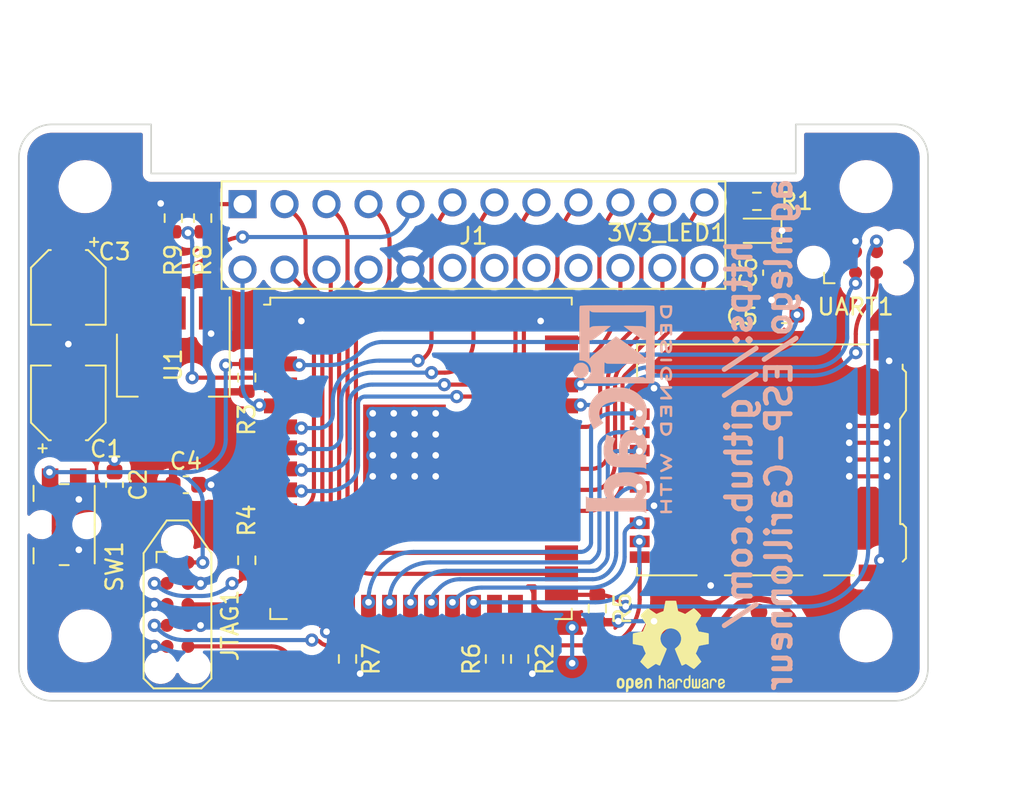
<source format=kicad_pcb>
(kicad_pcb (version 20211014) (generator pcbnew)
  (title_block (title "ESP Carillonneur") (date "2022-12-25") (company "AGMLego"))
  (layers (0 "F.Cu" signal) (31 "B.Cu" signal) (34 "B.Paste" user) (35 "F.Paste" user) (36 "B.SilkS" user "B.Silkscreen") (37 "F.SilkS" user "F.Silkscreen") (38 "B.Mask" user) (39 "F.Mask" user) (44 "Edge.Cuts" user))
  (net 0 "")
  (net 1 "GND")
  (net 2 "Net-(3V3_LED1-Pad2)")
  (net 3 "+5V")
  (net 4 "ESP_EN")
  (net 5 "+3V3")
  (net 6 "/SD.DAT2")
  (net 7 "/SD.DAT3")
  (net 8 "/SD.CMD")
  (net 9 "/SD.CLK")
  (net 10 "/SD.DAT0")
  (net 11 "/SD.DAT1")
  (net 12 "/SD.CD")
  (net 13 "/JTAG.TMS")
  (net 14 "/JTAG.TCK")
  (net 15 "/JTAG.TDO")
  (net 16 "/JTAG.TDI")
  (net 17 "/UART.TX0")
  (net 18 "/UART.RX0")
  (net 19 "ESP_FLASH")
  (net 20 "IR3")
  (net 21 "IR0")
  (net 22 "IR1")
  (net 23 "/BELLS.REF")
  (net 24 "/BELLS.BLUE0")
  (net 25 "/BELLS.BLUE1")
  (net 26 "/BELLS.BLUE2")
  (net 27 "/BELLS.BLUE3")
  (net 28 "/BELLS.BLUE4")
  (net 29 "/BELLS.ORANGE0")
  (net 30 "/BELLS.ORANGE1")
  (net 31 "/BELLS.ORANGE2")
  (net 32 "IR2")
  (net 33 "/BELLS.ORANGE3")
  (net 34 "/BELLS.ORANGE4")
  (net 36 "/BELLS.ORANGE5")
  (net 37 "/BELLS.DETECT")
  (net 38 "/BELLS.BLUE5")
  (net 43 "REF")
  (footprint "Symbol:OSHW-Logo2_7.3x6mm_SilkScreen" (layer "F.Cu") (at 152.908 121.539)
    (fp_text reference "OSHW_LOGO" hide)
    (fp_text value "OSHW-Logo2_7.3x6mm_SilkScreen" hide)
  )
  (footprint "Resistor_SMD:R_0603_1608Metric" (layer "F.Cu") (at 124.587 95.631 -90)
    (fp_text reference "R8")
    (fp_text value "4K7")
  )
  (footprint "Connector:Tag-Connect_TC2030-IDC-NL_2x03_P1.27mm_Vertical" (layer "F.Cu") (at 164.084 98.298)
    (fp_text reference "UART1")
    (fp_text value "Conn_02x03_Odd_Even")
  )
  (footprint "LED_SMD:LED_0603_1608Metric" (layer "F.Cu") (at 158.115 96.393 180)
    (fp_text reference "3V3_LED1")
    (fp_text value "RED LED")
  )
  (footprint "Resistor_SMD:R_0603_1608Metric" (layer "F.Cu") (at 133.35 122.301 -90)
    (fp_text reference "R7")
    (fp_text value "10K")
  )
  (footprint "Resistor_SMD:R_0603_1608Metric" (layer "F.Cu") (at 158.115 94.615 180)
    (fp_text reference "R1")
    (fp_text value "2K2")
  )
  (footprint "Resistor_SMD:R_0603_1608Metric" (layer "F.Cu") (at 127.254 105.283 90)
    (fp_text reference "R3")
    (fp_text value "10K")
  )
  (footprint "Capacitor_SMD:C_0603_1608Metric" (layer "F.Cu") (at 119.253 111.76 -90)
    (fp_text reference "C2")
    (fp_text value "1nF")
  )
  (footprint "MountingHole:MountingHole_2.2mm_M2" (layer "F.Cu") (at 117.473601 120.904)
    (fp_text reference "H4" hide)
    (fp_text value "MountingHole")
  )
  (footprint "Resistor_SMD:R_0603_1608Metric" (layer "F.Cu") (at 143.764 122.301 -90)
    (fp_text reference "R2")
    (fp_text value "4K7")
  )
  (footprint "MountingHole:MountingHole_2.2mm_M2" (layer "F.Cu") (at 117.473601 93.726)
    (fp_text reference "H1" hide)
    (fp_text value "MountingHole")
  )
  (footprint "MountingHole:MountingHole_2.2mm_M2" (layer "F.Cu") (at 164.717601 93.726)
    (fp_text reference "H2" hide)
    (fp_text value "MountingHole")
  )
  (footprint "Footprints:EEC12DRAN" (layer "F.Cu") (at 140.968601 94.679)
    (fp_text reference "J1")
    (fp_text value "345-024-520-201")
  )
  (footprint "Package_TO_SOT_SMD:SOT-223-3_TabPin2" (layer "F.Cu") (at 122.809 104.521 -90)
    (fp_text reference "U1")
    (fp_text value "LD1117S33TR_SOT223")
  )
  (footprint "Resistor_SMD:R_0603_1608Metric" (layer "F.Cu") (at 127.254 116.332 90)
    (fp_text reference "R4")
    (fp_text value "10K")
  )
  (footprint "Button_Switch_SMD:Panasonic_EVQPUL_EVQPUC" (layer "F.Cu") (at 116.205 114.173 90)
    (fp_text reference "SW1")
    (fp_text value "SW_Push")
  )
  (footprint "Resistor_SMD:R_0603_1608Metric" (layer "F.Cu") (at 122.809 95.631 90)
    (fp_text reference "R9")
    (fp_text value "9K1")
  )
  (footprint "Capacitor_SMD:C_0603_1608Metric" (layer "F.Cu") (at 123.571 111.76)
    (fp_text reference "C4")
    (fp_text value "0.1µF")
  )
  (footprint "Capacitor_SMD:C_0603_1608Metric" (layer "F.Cu") (at 159.004 98.933 -90)
    (fp_text reference "C6")
    (fp_text value "0.1µF")
  )
  (footprint "Connector:Tag-Connect_TC2050-IDC-NL_2x05_P1.27mm_Vertical" (layer "F.Cu") (at 123.063 118.999 -90)
    (fp_text reference "JTAG1")
    (fp_text value "Conn_02x05_Odd_Even")
  )
  (footprint "Symbol:Symbol_CC-Attribution_CopperTop_Small" (layer "F.Cu") (at 158.242 121.158)
    (fp_text reference "CC_LOGO" hide)
    (fp_text value "Symbol_CC-Attribution_CopperTop_Small")
  )
  (footprint "RF_Module:ESP32-WROOM-32U" (layer "F.Cu") (at 137.795 110.165)
    (fp_text reference "U2" hide)
    (fp_text value "ESP32-WROOM-32U")
  )
  (footprint "Capacitor_SMD:CP_Elec_4x4.5" (layer "F.Cu") (at 116.459 106.807 90)
    (fp_text reference "C3")
    (fp_text value "22µF")
  )
  (footprint "Resistor_SMD:R_0603_1608Metric" (layer "F.Cu") (at 142.24 122.301 -90)
    (fp_text reference "R6")
    (fp_text value "10K")
  )
  (footprint "MountingHole:MountingHole_2.2mm_M2" (layer "F.Cu") (at 164.717601 120.904)
    (fp_text reference "H3" hide)
    (fp_text value "MountingHole")
  )
  (footprint "Connector_Card:microSD_HC_Hirose_DM3AT-SF-PEJM5" (layer "F.Cu") (at 158.75 110.266 90)
    (fp_text reference "J2" hide)
    (fp_text value "Micro_SD_Card_Det" hide)
  )
  (footprint "Resistor_SMD:R_0603_1608Metric" (layer "F.Cu") (at 148.463 119.253 90)
    (fp_text reference "R5")
    (fp_text value "4K7")
  )
  (footprint "Capacitor_SMD:C_0603_1608Metric" (layer "F.Cu") (at 159.766 101.473 180)
    (fp_text reference "C5")
    (fp_text value "0.1µF")
  )
  (footprint "Capacitor_SMD:CP_Elec_4x4.5" (layer "F.Cu") (at 116.459 99.822 -90)
    (fp_text reference "C1")
    (fp_text value "10µF")
  )
  (footprint "Symbol:KiCad-Logo2_5mm_SilkScreen" (layer "B.Cu") (at 149.987 107.188 -90)
    (fp_text reference "KiCAD_LOGO" hide)
    (fp_text value "KiCad-Logo2_5mm_SilkScreen" hide)
  )
  (gr_poly locked (pts (arc (start 168.4686 91.96) (mid 167.882814 90.545786) (end 166.4686 89.96)) (xy 160.468601 89.96) (xy 160.468601 92.929) (xy 121.468601 92.929) (xy 121.468601 89.96) (arc (start 115.4686 89.96) (mid 114.054386 90.545786) (end 113.4686 91.96)) (arc (start 113.4686 122.833) (mid 114.054386 124.247214) (end 115.4686 124.833)) (arc (start 166.4686 124.833) (mid 167.882814 124.247214) (end 168.4686 122.833))) (layer "Edge.Cuts") (width 0.1) (fill none))
  (gr_text "https://github.com/\nagmlego/ESP-Carillonneur" (at 158.242 108.712 90) (layer "B.SilkS") (effects (font (size 1.5 1.5) (thickness 0.3)) (justify mirror)))
  (segment (start 116.459 105.007) (end 116.459 103.251) (width 0.25) (layer "F.Cu") (net 1))
  (segment (start 163.703 111.252) (end 165.989 111.252) (width 0.25) (layer "F.Cu") (net 1))
  (segment (start 163.703 109.22) (end 165.989 109.22) (width 0.25) (layer "F.Cu") (net 1))
  (segment (start 159.004 99.708) (end 159.004 100.584) (width 0.25) (layer "F.Cu") (net 1))
  (segment (start 163.703 110.236) (end 165.989 110.236) (width 0.25) (layer "F.Cu") (net 1))
  (segment (start 158.991 101.473) (end 158.991 100.615384) (width 0.25) (layer "F.Cu") (net 1))
  (segment (start 163.703 108.204) (end 165.989 108.204) (width 0.25) (layer "F.Cu") (net 1))
  (via (at 155.321 117.856) (size 0.8) (drill 0.4) (layers "F.Cu" "B.Cu") (net 1))
  (via (at 165.989 109.22) (size 0.8) (drill 0.4) (layers "F.Cu" "B.Cu") (net 1))
  (via (at 151.892 113.03) (size 0.8) (drill 0.4) (layers "F.Cu" "B.Cu") (net 1))
  (via (at 121.666 118.999) (size 0.8) (drill 0.4) (layers "F.Cu" "B.Cu") (net 1))
  (via (at 165.989 110.236) (size 0.8) (drill 0.4) (layers "F.Cu" "B.Cu") (net 1))
  (via (at 151.892 105.918) (size 0.8) (drill 0.4) (layers "F.Cu" "B.Cu") (net 1))
  (via (at 163.703 110.236) (size 0.8) (drill 0.4) (layers "F.Cu" "B.Cu") (net 1))
  (via (at 134.874 109.982) (size 0.8) (drill 0.4) (layers "F.Cu" "B.Cu") (net 1))
  (via (at 132.08 120.65) (size 0.8) (drill 0.4) (layers "F.Cu" "B.Cu") (net 1))
  (via (at 159.004 100.584) (size 0.8) (drill 0.4) (layers "F.Cu" "B.Cu") (net 1))
  (via (at 117.094 115.697) (size 0.8) (drill 0.4) (layers "F.Cu" "B.Cu") (net 1))
  (via (at 163.703 108.204) (size 0.8) (drill 0.4) (layers "F.Cu" "B.Cu") (net 1))
  (via (at 121.666 121.539) (size 0.8) (drill 0.4) (layers "F.Cu" "B.Cu") (net 1))
  (via (at 137.414 109.982) (size 0.8) (drill 0.4) (layers "F.Cu" "B.Cu") (net 1))
  (via (at 145.034 101.854) (size 0.8) (drill 0.4) (layers "F.Cu" "B.Cu") (net 1))
  (via (at 136.144 111.252) (size 0.8) (drill 0.4) (layers "F.Cu" "B.Cu") (net 1))
  (via (at 122.047 94.742) (size 0.8) (drill 0.4) (layers "F.Cu" "B.Cu") (net 1))
  (via (at 138.684 108.712) (size 0.8) (drill 0.4) (layers "F.Cu" "B.Cu") (net 1))
  (via (at 138.684 111.252) (size 0.8) (drill 0.4) (layers "F.Cu" "B.Cu") (net 1))
  (via (at 159.639 96.393) (size 0.8) (drill 0.4) (layers "F.Cu" "B.Cu") (net 1))
  (via (at 165.608 116.332) (size 0.8) (drill 0.4) (layers "F.Cu" "B.Cu") (net 1))
  (via (at 164.084 97.028) (size 0.8) (drill 0.4) (layers "F.Cu" "B.Cu") (net 1))
  (via (at 166.116 104.267) (size 0.8) (drill 0.4) (layers "F.Cu" "B.Cu") (net 1))
  (via (at 130.556 101.854) (size 0.8) (drill 0.4) (layers "F.Cu" "B.Cu") (net 1))
  (via (at 125.095 102.616) (size 0.8) (drill 0.4) (layers "F.Cu" "B.Cu") (net 1))
  (via (at 136.144 109.982) (size 0.8) (drill 0.4) (layers "F.Cu" "B.Cu") (net 1))
  (via (at 165.989 108.204) (size 0.8) (drill 0.4) (layers "F.Cu" "B.Cu") (net 1))
  (via (at 134.874 107.442) (size 0.8) (drill 0.4) (layers "F.Cu" "B.Cu") (net 1))
  (via (at 134.874 108.712) (size 0.8) (drill 0.4) (layers "F.Cu" "B.Cu") (net 1))
  (via (at 137.414 111.252) (size 0.8) (drill 0.4) (layers "F.Cu" "B.Cu") (net 1))
  (via (at 136.144 108.712) (size 0.8) (drill 0.4) (layers "F.Cu" "B.Cu") (net 1))
  (via (at 134.874 111.252) (size 0.8) (drill 0.4) (layers "F.Cu" "B.Cu") (net 1))
  (via (at 124.46 117.729) (size 0.8) (drill 0.4) (layers "F.Cu" "B.Cu") (net 1))
  (via (at 116.459 103.251) (size 0.8) (drill 0.4) (layers "F.Cu" "B.Cu") (net 1))
  (via (at 165.989 111.252) (size 0.8) (drill 0.4) (layers "F.Cu" "B.Cu") (net 1))
  (via (at 137.414 107.442) (size 0.8) (drill 0.4) (layers "F.Cu" "B.Cu") (net 1))
  (via (at 138.684 109.982) (size 0.8) (drill 0.4) (layers "F.Cu" "B.Cu") (net 1))
  (via (at 138.684 107.442) (size 0.8) (drill 0.4) (layers "F.Cu" "B.Cu") (net 1))
  (via (at 163.703 111.252) (size 0.8) (drill 0.4) (layers "F.Cu" "B.Cu") (net 1))
  (via (at 137.414 108.712) (size 0.8) (drill 0.4) (layers "F.Cu" "B.Cu") (net 1))
  (via (at 119.253 110.236) (size 0.8) (drill 0.4) (layers "F.Cu" "B.Cu") (net 1))
  (via (at 144.526 123.19) (size 0.8) (drill 0.4) (layers "F.Cu" "B.Cu") (net 1))
  (via (at 117.094 112.649) (size 0.8) (drill 0.4) (layers "F.Cu" "B.Cu") (net 1))
  (via (at 125.095 111.76) (size 0.8) (drill 0.4) (layers "F.Cu" "B.Cu") (net 1))
  (via (at 163.703 109.22) (size 0.8) (drill 0.4) (layers "F.Cu" "B.Cu") (net 1))
  (via (at 136.144 107.442) (size 0.8) (drill 0.4) (layers "F.Cu" "B.Cu") (net 1))
  (via (at 124.46 120.269) (size 0.8) (drill 0.4) (layers "F.Cu" "B.Cu") (net 1))
  (via (at 134.112 123.19) (size 0.8) (drill 0.4) (layers "F.Cu" "B.Cu") (net 1))
  (arc (start 158.991 100.615384) (mid 158.994378 100.598399) (end 159.004 100.584) (width 0.25) (layer "F.Cu") (net 1))
  (segment (start 157.246 94.615) (end 157.246 96.302467) (width 0.25) (layer "F.Cu") (net 2))
  (arc (start 157.246 96.302467) (mid 157.255746 96.351463) (end 157.2835 96.393) (width 0.25) (layer "F.Cu") (net 2))
  (segment (start 117.738533 98.552) (end 122.38442 98.552) (width 0.25) (layer "F.Cu") (net 3))
  (segment (start 125.482382 97.402618) (end 125.095 97.79) (width 0.25) (layer "F.Cu") (net 3))
  (segment (start 123.25537 98.552) (end 122.38442 98.552) (width 0.25) (layer "F.Cu") (net 3))
  (segment (start 120.509 100.626824) (end 120.509 101.371) (width 0.25) (layer "F.Cu") (net 3))
  (via (at 127 96.774) (size 0.8) (drill 0.4) (layers "F.Cu" "B.Cu") (net 3))
  (arc (start 127 96.774) (mid 126.178671 96.937372) (end 125.482382 97.402618) (width 0.25) (layer "F.Cu") (net 3))
  (arc (start 122.38442 98.552) (mid 121.720687 98.684025) (end 121.158 99.06) (width 0.25) (layer "F.Cu") (net 3))
  (arc (start 125.095 97.79) (mid 124.250971 98.353963) (end 123.25537 98.552) (width 0.25) (layer "F.Cu") (net 3))
  (arc (start 121.158 99.06) (mid 120.67767 99.778865) (end 120.509 100.626824) (width 0.25) (layer "F.Cu") (net 3))
  (arc (start 116.459 98.022) (mid 117.046055 98.414257) (end 117.738533 98.552) (width 0.25) (layer "F.Cu") (net 3))
  (segment (start 135.29858 96.774) (end 127 96.774) (width 0.25) (layer "B.Cu") (net 3))
  (segment (start 136.558692 96.232307) (end 136.525 96.266) (width 0.25) (layer "B.Cu") (net 3))
  (arc (start 136.525 96.266) (mid 135.962314 96.641975) (end 135.29858 96.774) (width 0.25) (layer "B.Cu") (net 3))
  (arc (start 137.158601 94.784) (mid 137.00269 95.567818) (end 136.558692 96.232307) (width 0.25) (layer "B.Cu") (net 3))
  (segment (start 119.253 112.535) (end 118.962206 112.825794) (width 0.25) (layer "F.Cu") (net 4))
  (segment (start 115.580001 116.572999) (end 115.580001 114.543999) (width 0.25) (layer "F.Cu") (net 4))
  (segment (start 129.295 104.45) (end 127.273313 104.45) (width 0.25) (layer "F.Cu") (net 4))
  (segment (start 115.580001 114.543999) (end 115.580001 112.0912) (width 0.25) (layer "F.Cu") (net 4))
  (segment (start 161.671 99.822) (end 161.64921 99.822) (width 0.25) (layer "F.Cu") (net 4))
  (segment (start 123.698 116.459) (end 124.587 116.459) (width 0.25) (layer "F.Cu") (net 4))
  (segment (start 116.121579 114.00242) (end 115.580001 114.543999) (width 0.25) (layer "F.Cu") (net 4))
  (segment (start 162.814 98.933) (end 162.104606 99.642394) (width 0.25) (layer "F.Cu") (net 4))
  (segment (start 129.295 104.45) (end 130.257591 104.45) (width 0.25) (layer "F.Cu") (net 4))
  (segment (start 127.254 104.458) (end 126.136095 104.458) (width 0.25) (layer "F.Cu") (net 4))
  (segment (start 115.355 116.798) (end 115.580001 116.572999) (width 0.25) (layer "F.Cu") (net 4))
  (segment (start 160.541 101.271035) (end 160.541 101.473) (width 0.25) (layer "F.Cu") (net 4))
  (via (at 124.587 116.459) (size 0.8) (drill 0.4) (layers "F.Cu" "B.Cu") (net 4))
  (via (at 125.984 104.521) (size 0.8) (drill 0.4) (layers "F.Cu" "B.Cu") (net 4))
  (via (at 115.316 110.998) (size 0.8) (drill 0.4) (layers "F.Cu" "B.Cu") (net 4))
  (via (at 130.429 104.521) (size 0.8) (drill 0.4) (layers "F.Cu" "B.Cu") (net 4))
  (via (at 160.541 101.473) (size 0.8) (drill 0.4) (layers "F.Cu" "B.Cu") (net 4))
  (arc (start 127.273313 104.45) (mid 127.262861 104.452079) (end 127.254 104.458) (width 0.25) (layer "F.Cu") (net 4))
  (arc (start 162.104606 99.642394) (mid 161.905666 99.775322) (end 161.671 99.822) (width 0.25) (layer "F.Cu") (net 4))
  (arc (start 126.136095 104.458) (mid 126.053782 104.474373) (end 125.984 104.521) (width 0.25) (layer "F.Cu") (net 4))
  (arc (start 130.257591 104.45) (mid 130.350356 104.468453) (end 130.429 104.521) (width 0.25) (layer "F.Cu") (net 4))
  (arc (start 161.036 100.076) (mid 160.669646 100.624286) (end 160.541 101.271035) (width 0.25) (layer "F.Cu") (net 4))
  (arc (start 161.64921 99.822) (mid 161.317343 99.888012) (end 161.036 100.076) (width 0.25) (layer "F.Cu") (net 4))
  (arc (start 117.856 113.284) (mid 116.917338 113.470711) (end 116.121579 114.00242) (width 0.25) (layer "F.Cu") (net 4))
  (arc (start 118.962206 112.825794) (mid 118.454674 113.164916) (end 117.856 113.284) (width 0.25) (layer "F.Cu") (net 4))
  (arc (start 115.580001 112.0912) (mid 115.521525 111.797222) (end 115.355 111.548) (width 0.25) (layer "F.Cu") (net 4))
  (segment (start 134.142815 103.728185) (end 134.239 103.632) (width 0.25) (layer "B.Cu") (net 4))
  (segment (start 125.984 104.521) (end 125.984 109.00958) (width 0.25) (layer "B.Cu") (net 4))
  (segment (start 124.587 116.459) (end 124.587 112.806815) (width 0.25) (layer "B.Cu") (net 4))
  (segment (start 135.46542 103.124) (end 159.100185 103.124) (width 0.25) (layer "B.Cu") (net 4))
  (segment (start 160.541 101.485195) (end 160.541 101.473) (width 0.25) (layer "B.Cu") (net 4))
  (segment (start 123.63637 110.998) (end 122.555 110.998) (width 0.25) (layer "B.Cu") (net 4))
  (segment (start 130.429 104.521) (end 132.22879 104.521) (width 0.25) (layer "B.Cu") (net 4))
  (segment (start 124.206 111.887) (end 123.855816 111.536816) (width 0.25) (layer "B.Cu") (net 4))
  (segment (start 122.555 110.998) (end 115.316 110.998) (width 0.25) (layer "B.Cu") (net 4))
  (arc (start 160.02 102.743) (mid 160.405597 102.165914) (end 160.541 101.485195) (width 0.25) (layer "B.Cu") (net 4))
  (arc (start 125.984 109.00958) (mid 125.851975 109.673314) (end 125.476 110.236) (width 0.25) (layer "B.Cu") (net 4))
  (arc (start 124.587 112.806815) (mid 124.487981 112.309015) (end 124.206 111.887) (width 0.25) (layer "B.Cu") (net 4))
  (arc (start 125.476 110.236) (mid 124.631971 110.799963) (end 123.63637 110.998) (width 0.25) (layer "B.Cu") (net 4))
  (arc (start 132.22879 104.521) (mid 133.264653 104.314954) (end 134.142815 103.728185) (width 0.25) (layer "B.Cu") (net 4))
  (arc (start 134.239 103.632) (mid 134.801686 103.256025) (end 135.46542 103.124) (width 0.25) (layer "B.Cu") (net 4))
  (arc (start 159.100185 103.124) (mid 159.597985 103.024981) (end 160.02 102.743) (width 0.25) (layer "B.Cu") (net 4))
  (arc (start 123.855816 111.536816) (mid 123.258997 111.138034) (end 122.555 110.998) (width 0.25) (layer "B.Cu") (net 4))
  (via (at 149.733 120.015) (size 0.8) (drill 0.4) (layers "F.Cu" "B.Cu") (net 5))
  (via (at 151.892 120.015) (size 0.8) (drill 0.4) (layers "F.Cu" "B.Cu") (net 5))
  (via (at 146.939 122.555) (size 0.8) (drill 0.4) (layers "F.Cu" "B.Cu") (net 5))
  (via (at 146.939 120.396) (size 0.8) (drill 0.4) (layers "F.Cu" "B.Cu") (net 5))
  (segment (start 146.939 120.396) (end 146.939 122.555) (width 0.25) (layer "B.Cu") (net 5))
  (segment (start 149.733 120.015) (end 151.892 120.015) (width 0.25) (layer "B.Cu") (net 5))
  (via (at 134.62 118.872) (size 0.8) (drill 0.4) (layers "F.Cu" "B.Cu") (net 6))
  (via (at 151.003 107.442) (size 0.8) (drill 0.4) (layers "F.Cu" "B.Cu") (net 6))
  (segment (start 148.261605 108.024395) (end 148.463 107.823) (width 0.25) (layer "B.Cu") (net 6))
  (segment (start 149.382815 107.442) (end 151.003 107.442) (width 0.25) (layer "B.Cu") (net 6))
  (segment (start 147.880605 115.644395) (end 147.955 115.57) (width 0.25) (layer "B.Cu") (net 6))
  (segment (start 134.62 118.872) (end 134.62 118.732235) (width 0.25) (layer "B.Cu") (net 6))
  (segment (start 137.34863 115.824) (end 147.447 115.824) (width 0.25) (layer "B.Cu") (net 6))
  (segment (start 148.082 115.263395) (end 148.082 108.458) (width 0.25) (layer "B.Cu") (net 6))
  (arc (start 147.447 115.824) (mid 147.681665 115.777322) (end 147.880605 115.644395) (width 0.25) (layer "B.Cu") (net 6))
  (arc (start 135.509 116.586) (mid 136.353029 116.022037) (end 137.34863 115.824) (width 0.25) (layer "B.Cu") (net 6))
  (arc (start 148.463 107.823) (mid 148.885014 107.541019) (end 149.382815 107.442) (width 0.25) (layer "B.Cu") (net 6))
  (arc (start 147.955 115.57) (mid 148.048994 115.429328) (end 148.082 115.263395) (width 0.25) (layer "B.Cu") (net 6))
  (arc (start 148.082 108.458) (mid 148.128678 108.223335) (end 148.261605 108.024395) (width 0.25) (layer "B.Cu") (net 6))
  (arc (start 134.62 118.732235) (mid 134.851043 117.570701) (end 135.509 116.586) (width 0.25) (layer "B.Cu") (net 6))
  (via (at 135.89 118.872) (size 0.8) (drill 0.4) (layers "F.Cu" "B.Cu") (net 7))
  (via (at 151.003 108.585) (size 0.8) (drill 0.4) (layers "F.Cu" "B.Cu") (net 7))
  (segment (start 149.763815 108.585) (end 151.003 108.585) (width 0.25) (layer "B.Cu") (net 7))
  (segment (start 138.36463 116.459) (end 147.955 116.459) (width 0.25) (layer "B.Cu") (net 7))
  (segment (start 148.769605 109.040395) (end 148.844 108.966) (width 0.25) (layer "B.Cu") (net 7))
  (segment (start 148.59 115.59179) (end 148.59 109.474) (width 0.25) (layer "B.Cu") (net 7))
  (segment (start 148.171802 116.369197) (end 148.336 116.205) (width 0.25) (layer "B.Cu") (net 7))
  (segment (start 135.89 118.872) (end 135.89 118.754025) (width 0.25) (layer "B.Cu") (net 7))
  (arc (start 135.89 118.754025) (mid 136.055031 117.924358) (end 136.525 117.221) (width 0.25) (layer "B.Cu") (net 7))
  (arc (start 136.525 117.221) (mid 137.369029 116.657037) (end 138.36463 116.459) (width 0.25) (layer "B.Cu") (net 7))
  (arc (start 148.844 108.966) (mid 149.266014 108.684019) (end 149.763815 108.585) (width 0.25) (layer "B.Cu") (net 7))
  (arc (start 148.336 116.205) (mid 148.523988 115.923657) (end 148.59 115.59179) (width 0.25) (layer "B.Cu") (net 7))
  (arc (start 148.59 109.474) (mid 148.636678 109.239335) (end 148.769605 109.040395) (width 0.25) (layer "B.Cu") (net 7))
  (arc (start 147.955 116.459) (mid 148.072333 116.435661) (end 148.171802 116.369197) (width 0.25) (layer "B.Cu") (net 7))
  (via (at 151.003 109.728) (size 0.8) (drill 0.4) (layers "F.Cu" "B.Cu") (net 8))
  (via (at 137.16 118.872) (size 0.8) (drill 0.4) (layers "F.Cu" "B.Cu") (net 8))
  (segment (start 149.098 115.97279) (end 149.098 110.363) (width 0.25) (layer "B.Cu") (net 8))
  (segment (start 148.642605 116.787395) (end 148.844 116.586) (width 0.25) (layer "B.Cu") (net 8))
  (segment (start 137.609013 117.787987) (end 137.795 117.602) (width 0.25) (layer "B.Cu") (net 8))
  (segment (start 139.328025 116.967) (end 148.209 116.967) (width 0.25) (layer "B.Cu") (net 8))
  (segment (start 149.658605 109.728) (end 151.003 109.728) (width 0.25) (layer "B.Cu") (net 8))
  (segment (start 149.277605 109.929395) (end 149.352 109.855) (width 0.25) (layer "B.Cu") (net 8))
  (arc (start 137.795 117.602) (mid 138.498357 117.132031) (end 139.328025 116.967) (width 0.25) (layer "B.Cu") (net 8))
  (arc (start 137.16 118.872) (mid 137.276695 118.285336) (end 137.609013 117.787987) (width 0.25) (layer "B.Cu") (net 8))
  (arc (start 149.098 110.363) (mid 149.144678 110.128335) (end 149.277605 109.929395) (width 0.25) (layer "B.Cu") (net 8))
  (arc (start 148.209 116.967) (mid 148.443665 116.920322) (end 148.642605 116.787395) (width 0.25) (layer "B.Cu") (net 8))
  (arc (start 149.352 109.855) (mid 149.492671 109.761006) (end 149.658605 109.728) (width 0.25) (layer "B.Cu") (net 8))
  (arc (start 148.844 116.586) (mid 149.031988 116.304657) (end 149.098 115.97279) (width 0.25) (layer "B.Cu") (net 8))
  (via (at 151.003 111.887) (size 0.8) (drill 0.4) (layers "F.Cu" "B.Cu") (net 9))
  (via (at 138.43 118.872) (size 0.8) (drill 0.4) (layers "F.Cu" "B.Cu") (net 9))
  (segment (start 150.779815 111.887) (end 151.003 111.887) (width 0.25) (layer "B.Cu") (net 9))
  (segment (start 149.606 115.86758) (end 149.606 112.776) (width 0.25) (layer "B.Cu") (net 9))
  (segment (start 138.699408 118.221593) (end 138.938 117.983) (width 0.25) (layer "B.Cu") (net 9))
  (segment (start 149.785605 112.342395) (end 149.86 112.268) (width 0.25) (layer "B.Cu") (net 9))
  (segment (start 140.16442 117.475) (end 148.178185 117.475) (width 0.25) (layer "B.Cu") (net 9))
  (arc (start 138.938 117.983) (mid 139.500686 117.607025) (end 140.16442 117.475) (width 0.25) (layer "B.Cu") (net 9))
  (arc (start 149.606 112.776) (mid 149.652678 112.541335) (end 149.785605 112.342395) (width 0.25) (layer "B.Cu") (net 9))
  (arc (start 138.43 118.872) (mid 138.500017 118.520002) (end 138.699408 118.221593) (width 0.25) (layer "B.Cu") (net 9))
  (arc (start 149.86 112.268) (mid 150.282014 111.986019) (end 150.779815 111.887) (width 0.25) (layer "B.Cu") (net 9))
  (arc (start 148.178185 117.475) (mid 148.675985 117.375981) (end 149.098 117.094) (width 0.25) (layer "B.Cu") (net 9))
  (arc (start 149.098 117.094) (mid 149.473975 116.531314) (end 149.606 115.86758) (width 0.25) (layer "B.Cu") (net 9))
  (via (at 139.7 118.872) (size 0.8) (drill 0.4) (layers "F.Cu" "B.Cu") (net 10))
  (via (at 151.003 114.046) (size 0.8) (drill 0.4) (layers "F.Cu" "B.Cu") (net 10))
  (segment (start 150.241 114.427) (end 150.352592 114.315408) (width 0.25) (layer "B.Cu") (net 10))
  (segment (start 150.114 116.12158) (end 150.114 114.733605) (width 0.25) (layer "B.Cu") (net 10))
  (segment (start 141.478 117.983) (end 148.072975 117.983) (width 0.25) (layer "B.Cu") (net 10))
  (segment (start 139.7 118.872) (end 139.960381 118.611619) (width 0.25) (layer "B.Cu") (net 10))
  (arc (start 139.960381 118.611619) (mid 140.65667 118.146373) (end 141.478 117.983) (width 0.25) (layer "B.Cu") (net 10))
  (arc (start 150.352592 114.315408) (mid 150.651001 114.116017) (end 151.003 114.046) (width 0.25) (layer "B.Cu") (net 10))
  (arc (start 150.114 114.733605) (mid 150.147006 114.567672) (end 150.241 114.427) (width 0.25) (layer "B.Cu") (net 10))
  (arc (start 148.072975 117.983) (mid 148.902642 117.817969) (end 149.606 117.348) (width 0.25) (layer "B.Cu") (net 10))
  (arc (start 149.606 117.348) (mid 149.981975 116.785314) (end 150.114 116.12158) (width 0.25) (layer "B.Cu") (net 10))
  (via (at 151.003 115.189) (size 0.8) (drill 0.4) (layers "F.Cu" "B.Cu") (net 11))
  (via (at 140.97 118.872) (size 0.8) (drill 0.4) (layers "F.Cu" "B.Cu") (net 11))
  (segment (start 148.348765 118.872) (end 140.97 118.872) (width 0.25) (layer "B.Cu") (net 11))
  (segment (start 151.003 115.189) (end 151.003 116.75658) (width 0.25) (layer "B.Cu") (net 11))
  (arc (start 150.495 117.983) (mid 149.510299 118.640957) (end 148.348765 118.872) (width 0.25) (layer "B.Cu") (net 11))
  (arc (start 151.003 116.75658) (mid 150.870975 117.420314) (end 150.495 117.983) (width 0.25) (layer "B.Cu") (net 11))
  (segment (start 143.764 121.476) (end 143.764 120.03321) (width 0.25) (layer "F.Cu") (net 12))
  (segment (start 151.025 118.704652) (end 151.025 116.141) (width 0.25) (layer "F.Cu") (net 12))
  (segment (start 143.764 121.476) (end 148.73307 121.476) (width 0.25) (layer "F.Cu") (net 12))
  (arc (start 148.73307 121.476) (mid 149.480424 121.327342) (end 150.114 120.904) (width 0.25) (layer "F.Cu") (net 12))
  (arc (start 150.114 120.904) (mid 150.788239 119.89493) (end 151.025 118.704652) (width 0.25) (layer "F.Cu") (net 12))
  (arc (start 143.764 120.03321) (mid 143.697988 119.701343) (end 143.51 119.42) (width 0.25) (layer "F.Cu") (net 12))
  (segment (start 122.428 117.729) (end 121.666 117.729) (width 0.25) (layer "F.Cu") (net 13))
  (segment (start 126.906153 117.504847) (end 127.254 117.157) (width 0.25) (layer "F.Cu") (net 13))
  (segment (start 129.295 117.15) (end 127.270899 117.15) (width 0.25) (layer "F.Cu") (net 13))
  (via (at 121.666 117.729) (size 0.8) (drill 0.4) (layers "F.Cu" "B.Cu") (net 13))
  (via (at 126.365 117.729) (size 0.8) (drill 0.4) (layers "F.Cu" "B.Cu") (net 13))
  (arc (start 126.365 117.729) (mid 126.65787 117.670745) (end 126.906153 117.504847) (width 0.25) (layer "F.Cu") (net 13))
  (arc (start 127.270899 117.15) (mid 127.261754 117.151819) (end 127.254 117.157) (width 0.25) (layer "F.Cu") (net 13))
  (segment (start 124.52537 118.491) (end 123.50563 118.491) (width 0.25) (layer "B.Cu") (net 13))
  (arc (start 123.50563 118.491) (mid 122.510029 118.292963) (end 121.666 117.729) (width 0.25) (layer "B.Cu") (net 13))
  (arc (start 126.365 117.729) (mid 125.520971 118.292963) (end 124.52537 118.491) (width 0.25) (layer "B.Cu") (net 13))
  (segment (start 133.35 121.476) (end 133.35 119.42) (width 0.25) (layer "F.Cu") (net 14))
  (segment (start 132.160114 121.476) (end 133.35 121.476) (width 0.25) (layer "F.Cu") (net 14))
  (segment (start 122.428 120.269) (end 121.666 120.269) (width 0.25) (layer "F.Cu") (net 14))
  (segment (start 131.191 121.158) (end 131.392395 121.158) (width 0.25) (layer "F.Cu") (net 14))
  (via (at 121.666 120.269) (size 0.8) (drill 0.4) (layers "F.Cu" "B.Cu") (net 14))
  (via (at 131.191 121.158) (size 0.8) (drill 0.4) (layers "F.Cu" "B.Cu") (net 14))
  (arc (start 131.392395 121.158) (mid 131.558328 121.191007) (end 131.699 121.285) (width 0.25) (layer "F.Cu") (net 14))
  (arc (start 131.699 121.285) (mid 131.910561 121.42636) (end 132.160114 121.476) (width 0.25) (layer "F.Cu") (net 14))
  (segment (start 131.08579 121.158) (end 131.191 121.158) (width 0.25) (layer "B.Cu") (net 14))
  (segment (start 121.666 120.269) (end 121.926381 120.529381) (width 0.25) (layer "B.Cu") (net 14))
  (segment (start 123.444 121.158) (end 131.08579 121.158) (width 0.25) (layer "B.Cu") (net 14))
  (arc (start 121.926381 120.529381) (mid 122.622671 120.994627) (end 123.444 121.158) (width 0.25) (layer "B.Cu") (net 14))
  (segment (start 142.24 121.476) (end 142.24 119.42) (width 0.25) (layer "F.Cu") (net 15))
  (segment (start 123.698 121.539) (end 128.747185 121.539) (width 0.25) (layer "F.Cu") (net 15))
  (segment (start 130.586815 122.301) (end 140.248274 122.301) (width 0.25) (layer "F.Cu") (net 15))
  (arc (start 129.667 121.92) (mid 130.089015 122.201981) (end 130.586815 122.301) (width 0.25) (layer "F.Cu") (net 15))
  (arc (start 140.248274 122.301) (mid 141.326188 122.086589) (end 142.24 121.476) (width 0.25) (layer "F.Cu") (net 15))
  (arc (start 128.747185 121.539) (mid 129.244985 121.638019) (end 129.667 121.92) (width 0.25) (layer "F.Cu") (net 15))
  (segment (start 123.698 118.999) (end 126.058395 118.999) (width 0.25) (layer "F.Cu") (net 16))
  (segment (start 126.873 118.491) (end 129.123591 118.491) (width 0.25) (layer "F.Cu") (net 16))
  (segment (start 126.365 118.872) (end 126.656197 118.580803) (width 0.25) (layer "F.Cu") (net 16))
  (arc (start 126.058395 118.999) (mid 126.224328 118.965993) (end 126.365 118.872) (width 0.25) (layer "F.Cu") (net 16))
  (arc (start 126.656197 118.580803) (mid 126.755667 118.514339) (end 126.873 118.491) (width 0.25) (layer "F.Cu") (net 16))
  (arc (start 129.123591 118.491) (mid 129.216357 118.472547) (end 129.295 118.42) (width 0.25) (layer "F.Cu") (net 16))
  (segment (start 146.295 105.72) (end 147.311805 105.72) (width 0.25) (layer "F.Cu") (net 17))
  (via (at 147.447 105.664) (size 0.8) (drill 0.4) (layers "F.Cu" "B.Cu") (net 17))
  (via (at 164.084 99.568) (size 0.8) (drill 0.4) (layers "F.Cu" "B.Cu") (net 17))
  (arc (start 147.311805 105.72) (mid 147.384972 105.705446) (end 147.447 105.664) (width 0.25) (layer "F.Cu") (net 17))
  (segment (start 149.14158 105.664) (end 147.447 105.664) (width 0.25) (layer "B.Cu") (net 17))
  (segment (start 161.534975 104.648) (end 151.59442 104.648) (width 0.25) (layer "B.Cu") (net 17))
  (segment (start 163.576 102.91358) (end 163.576 100.79442) (width 0.25) (layer "B.Cu") (net 17))
  (arc (start 163.576 100.79442) (mid 163.708025 100.130687) (end 164.084 99.568) (width 0.25) (layer "B.Cu") (net 17))
  (arc (start 163.068 104.013) (mid 162.364642 104.482969) (end 161.534975 104.648) (width 0.25) (layer "B.Cu") (net 17))
  (arc (start 163.576 102.78658) (mid 163.443975 103.450314) (end 163.068 104.013) (width 0.25) (layer "B.Cu") (net 17))
  (arc (start 150.368 105.156) (mid 149.805314 105.531975) (end 149.14158 105.664) (width 0.25) (layer "B.Cu") (net 17))
  (arc (start 151.59442 104.648) (mid 150.930687 104.780025) (end 150.368 105.156) (width 0.25) (layer "B.Cu") (net 17))
  (segment (start 165.354 99.61158) (end 165.354 98.933) (width 0.25) (layer "F.Cu") (net 18))
  (segment (start 146.295 106.99) (end 147.311805 106.99) (width 0.25) (layer "F.Cu") (net 18))
  (segment (start 164.099265 103.766367) (end 164.099265 102.640777) (width 0.25) (layer "F.Cu") (net 18))
  (via (at 147.447 106.934) (size 0.8) (drill 0.4) (layers "F.Cu" "B.Cu") (net 18))
  (via (at 164.099265 103.766367) (size 0.8) (drill 0.4) (layers "F.Cu" "B.Cu") (net 18))
  (arc (start 147.311805 106.99) (mid 147.384972 106.975446) (end 147.447 106.934) (width 0.25) (layer "F.Cu") (net 18))
  (arc (start 164.846 100.838) (mid 165.221975 100.275314) (end 165.354 99.61158) (width 0.25) (layer "F.Cu") (net 18))
  (arc (start 164.099265 102.640777) (mid 164.293335 101.665121) (end 164.846 100.838) (width 0.25) (layer "F.Cu") (net 18))
  (segment (start 163.576 104.267) (end 164.060629 103.782371) (width 0.25) (layer "B.Cu") (net 18))
  (segment (start 149.606 106.553) (end 150.374382 105.784618) (width 0.25) (layer "B.Cu") (net 18))
  (segment (start 151.892 105.156) (end 160.909 105.156) (width 0.25) (layer "B.Cu") (net 18))
  (segment (start 147.447 106.934) (end 148.686185 106.934) (width 0.25) (layer "B.Cu") (net 18))
  (segment (start 160.909 105.156) (end 161.429765 105.156) (width 0.25) (layer "B.Cu") (net 18))
  (arc (start 150.374382 105.784618) (mid 151.070671 105.319372) (end 151.892 105.156) (width 0.25) (layer "B.Cu") (net 18))
  (arc (start 148.686185 106.934) (mid 149.183985 106.834981) (end 149.606 106.553) (width 0.25) (layer "B.Cu") (net 18))
  (arc (start 164.060629 103.782371) (mid 164.078355 103.770527) (end 164.099265 103.766367) (width 0.25) (layer "B.Cu") (net 18))
  (arc (start 161.429765 105.156) (mid 162.591299 104.924956) (end 163.576 104.267) (width 0.25) (layer "B.Cu") (net 18))
  (segment (start 148.463 118.428) (end 148.506462 118.428) (width 0.25) (layer "F.Cu") (net 19))
  (segment (start 146.295 118.42) (end 148.443687 118.42) (width 0.25) (layer "F.Cu") (net 19))
  (via (at 165.354 97.028) (size 0.8) (drill 0.4) (layers "F.Cu" "B.Cu") (net 19))
  (via (at 150.182046 119.12205) (size 0.8) (drill 0.4) (layers "F.Cu" "B.Cu") (net 19))
  (arc (start 148.443687 118.42) (mid 148.454139 118.422079) (end 148.463 118.428) (width 0.25) (layer "F.Cu") (net 19))
  (arc (start 148.506462 118.428) (mid 149.413281 118.608378) (end 150.182046 119.12205) (width 0.25) (layer "F.Cu") (net 19))
  (segment (start 164.846 115.709765) (end 164.846 111.887) (width 0.25) (layer "B.Cu") (net 19))
  (segment (start 150.191582 119.126) (end 161.163 119.126) (width 0.25) (layer "B.Cu") (net 19))
  (segment (start 163.76463 118.048369) (end 163.957 117.856) (width 0.25) (layer "B.Cu") (net 19))
  (segment (start 164.846 111.887) (end 164.846 98.25442) (width 0.25) (layer "B.Cu") (net 19))
  (arc (start 164.846 98.25442) (mid 164.978025 97.590687) (end 165.354 97.028) (width 0.25) (layer "B.Cu") (net 19))
  (arc (start 161.163 119.126) (mid 162.570992 118.845933) (end 163.76463 118.048369) (width 0.25) (layer "B.Cu") (net 19))
  (arc (start 163.957 117.856) (mid 164.614957 116.871299) (end 164.846 115.709765) (width 0.25) (layer "B.Cu") (net 19))
  (arc (start 150.182046 119.12205) (mid 150.186421 119.124973) (end 150.191582 119.126) (width 0.25) (layer "B.Cu") (net 19))
  (segment (start 140.97 102.987975) (end 140.97 97.741673) (width 0.25) (layer "F.Cu") (net 20))
  (segment (start 138.43 104.977) (end 139.234119 104.977) (width 0.25) (layer "F.Cu") (net 20))
  (via (at 138.43 104.977) (size 0.8) (drill 0.4) (layers "F.Cu" "B.Cu") (net 20))
  (via (at 130.556 109.601) (size 0.8) (drill 0.4) (layers "F.Cu" "B.Cu") (net 20))
  (arc (start 139.234119 104.977) (mid 139.829911 104.858489) (end 140.335 104.521) (width 0.25) (layer "F.Cu") (net 20))
  (arc (start 140.97 97.741673) (mid 141.299699 96.084166) (end 142.238601 94.679) (width 0.25) (layer "F.Cu") (net 20))
  (arc (start 140.335 104.521) (mid 140.804969 103.817642) (end 140.97 102.987975) (width 0.25) (layer "F.Cu") (net 20))
  (segment (start 130.556 109.601) (end 132.10179 109.601) (width 0.25) (layer "B.Cu") (net 20))
  (segment (start 133.418013 105.595987) (end 133.477 105.537) (width 0.25) (layer "B.Cu") (net 20))
  (segment (start 134.828959 104.977) (end 138.43 104.977) (width 0.25) (layer "B.Cu") (net 20))
  (segment (start 132.969 108.73379) (end 132.969 106.68) (width 0.25) (layer "B.Cu") (net 20))
  (arc (start 132.969 106.68) (mid 133.085695 106.093336) (end 133.418013 105.595987) (width 0.25) (layer "B.Cu") (net 20))
  (arc (start 133.477 105.537) (mid 134.097284 105.122539) (end 134.828959 104.977) (width 0.25) (layer "B.Cu") (net 20))
  (arc (start 132.10179 109.601) (mid 132.433657 109.534987) (end 132.715 109.347) (width 0.25) (layer "B.Cu") (net 20))
  (arc (start 132.715 109.347) (mid 132.902988 109.065657) (end 132.969 108.73379) (width 0.25) (layer "B.Cu") (net 20))
  (segment (start 139.205826 105.7015) (end 141.251442 105.7015) (width 0.25) (layer "F.Cu") (net 21))
  (segment (start 143.51 103.495975) (end 143.51 97.741673) (width 0.25) (layer "F.Cu") (net 21))
  (via (at 139.205826 105.7015) (size 0.8) (drill 0.4) (layers "F.Cu" "B.Cu") (net 21))
  (via (at 130.556 110.871) (size 0.8) (drill 0.4) (layers "F.Cu" "B.Cu") (net 21))
  (arc (start 142.875 105.029) (mid 143.344969 104.325642) (end 143.51 103.495975) (width 0.25) (layer "F.Cu") (net 21))
  (arc (start 143.51 97.741673) (mid 143.839699 96.084166) (end 144.778601 94.679) (width 0.25) (layer "F.Cu") (net 21))
  (arc (start 141.251442 105.7015) (mid 142.130105 105.526723) (end 142.875 105.029) (width 0.25) (layer "F.Cu") (net 21))
  (segment (start 133.477 109.570185) (end 133.477 106.807) (width 0.25) (layer "B.Cu") (net 21))
  (segment (start 134.866887 105.7015) (end 139.205826 105.7015) (width 0.25) (layer "B.Cu") (net 21))
  (segment (start 130.556 110.871) (end 132.176185 110.871) (width 0.25) (layer "B.Cu") (net 21))
  (segment (start 133.477 106.807) (end 133.477 106.78521) (width 0.25) (layer "B.Cu") (net 21))
  (arc (start 133.096 110.49) (mid 133.377982 110.067985) (end 133.477 109.570185) (width 0.25) (layer "B.Cu") (net 21))
  (arc (start 133.477 106.78521) (mid 133.543012 106.453343) (end 133.731 106.172) (width 0.25) (layer "B.Cu") (net 21))
  (arc (start 133.731 106.172) (mid 134.252149 105.823779) (end 134.866887 105.7015) (width 0.25) (layer "B.Cu") (net 21))
  (arc (start 132.176185 110.871) (mid 132.673985 110.771981) (end 133.096 110.49) (width 0.25) (layer "B.Cu") (net 21))
  (segment (start 137.94738 104.11462) (end 138.049 104.013) (width 0.25) (layer "F.Cu") (net 22))
  (segment (start 138.43 103.093185) (end 138.43 97.741673) (width 0.25) (layer "F.Cu") (net 22))
  (via (at 137.614508 104.2525) (size 0.8) (drill 0.4) (layers "F.Cu" "B.Cu") (net 22))
  (via (at 130.556 108.331) (size 0.8) (drill 0.4) (layers "F.Cu" "B.Cu") (net 22))
  (arc (start 138.43 97.741673) (mid 138.759699 96.084166) (end 139.698601 94.679) (width 0.25) (layer "F.Cu") (net 22))
  (arc (start 138.049 104.013) (mid 138.330982 103.590985) (end 138.43 103.093185) (width 0.25) (layer "F.Cu") (net 22))
  (arc (start 137.614508 104.2525) (mid 137.794657 104.216666) (end 137.94738 104.11462) (width 0.25) (layer "F.Cu") (net 22))
  (segment (start 133.089618 105.162382) (end 133.096 105.156) (width 0.25) (layer "B.Cu") (net 22))
  (segment (start 135.277241 104.2525) (end 137.614508 104.2525) (width 0.25) (layer "B.Cu") (net 22))
  (segment (start 130.556 108.331) (end 131.59379 108.331) (width 0.25) (layer "B.Cu") (net 22))
  (segment (start 132.461 107.46379) (end 132.461 106.68) (width 0.25) (layer "B.Cu") (net 22))
  (arc (start 133.096 105.156) (mid 134.096761 104.487312) (end 135.277241 104.2525) (width 0.25) (layer "B.Cu") (net 22))
  (arc (start 132.461 106.68) (mid 132.624372 105.858671) (end 133.089618 105.162382) (width 0.25) (layer "B.Cu") (net 22))
  (arc (start 132.207 108.077) (mid 132.394988 107.795657) (end 132.461 107.46379) (width 0.25) (layer "B.Cu") (net 22))
  (arc (start 131.59379 108.331) (mid 131.925657 108.264987) (end 132.207 108.077) (width 0.25) (layer "B.Cu") (net 22))
  (segment (start 126.998601 94.784) (end 124.640112 94.784) (width 0.25) (layer "F.Cu") (net 23))
  (segment (start 148.59 100.955975) (end 148.59 97.741673) (width 0.25) (layer "F.Cu") (net 24))
  (segment (start 147.949187 102.494814) (end 147.955 102.489) (width 0.25) (layer "F.Cu") (net 24))
  (arc (start 148.59 97.741673) (mid 148.919699 96.084167) (end 149.858601 94.679) (width 0.25) (layer "F.Cu") (net 24))
  (arc (start 146.295 103.18) (mid 147.190239 103.001926) (end 147.949187 102.494814) (width 0.25) (layer "F.Cu") (net 24))
  (arc (start 147.955 102.489) (mid 148.424969 101.785642) (end 148.59 100.955975) (width 0.25) (layer "F.Cu") (net 24))
  (segment (start 151.13 100.838) (end 151.13 97.741673) (width 0.25) (layer "F.Cu") (net 25))
  (segment (start 149.478457 103.505543) (end 150.411579 102.572421) (width 0.25) (layer "F.Cu") (net 25))
  (segment (start 148.463 107.95) (end 148.425803 107.987197) (width 0.25) (layer "F.Cu") (net 25))
  (segment (start 146.295 108.26) (end 147.767199 108.26) (width 0.25) (layer "F.Cu") (net 25))
  (segment (start 148.637 105.537) (end 148.637 107.529927) (width 0.25) (layer "F.Cu") (net 25))
  (arc (start 150.411579 102.572421) (mid 150.943289 101.776662) (end 151.13 100.838) (width 0.25) (layer "F.Cu") (net 25))
  (arc (start 148.637 105.537) (mid 148.855688 104.437583) (end 149.478457 103.505543) (width 0.25) (layer "F.Cu") (net 25))
  (arc (start 148.637 107.529927) (mid 148.591779 107.757269) (end 148.463 107.95) (width 0.25) (layer "F.Cu") (net 25))
  (arc (start 148.425803 107.987197) (mid 148.123633 108.189101) (end 147.767199 108.26) (width 0.25) (layer "F.Cu") (net 25))
  (arc (start 151.13 97.741673) (mid 151.459699 96.084167) (end 152.398601 94.679) (width 0.25) (layer "F.Cu") (net 25))
  (segment (start 148.222594 112.07) (end 146.295 112.07) (width 0.25) (layer "F.Cu") (net 26))
  (segment (start 153.67 99.939975) (end 153.67 97.741673) (width 0.25) (layer "F.Cu") (net 26))
  (segment (start 149.537 105.537) (end 149.537 110.393556) (width 0.25) (layer "F.Cu") (net 26))
  (segment (start 149.937222 104.570777) (end 153.035 101.473) (width 0.25) (layer "F.Cu") (net 26))
  (arc (start 153.67 97.741673) (mid 153.999699 96.084167) (end 154.938601 94.679) (width 0.25) (layer "F.Cu") (net 26))
  (arc (start 148.971 111.76) (mid 148.627628 111.989434) (end 148.222594 112.07) (width 0.25) (layer "F.Cu") (net 26))
  (arc (start 149.537 105.537) (mid 149.641014 105.014084) (end 149.937222 104.570777) (width 0.25) (layer "F.Cu") (net 26))
  (arc (start 153.035 101.473) (mid 153.504969 100.769642) (end 153.67 99.939975) (width 0.25) (layer "F.Cu") (net 26))
  (arc (start 149.537 110.393556) (mid 149.389901 111.13307) (end 148.971 111.76) (width 0.25) (layer "F.Cu") (net 26))
  (segment (start 154.938601 99.255747) (end 154.938601 98.639) (width 0.25) (layer "F.Cu") (net 27))
  (segment (start 146.295 113.34) (end 147.810779 113.34) (width 0.25) (layer "F.Cu") (net 27))
  (segment (start 149.987 111.42258) (end 149.987 105.537) (width 0.25) (layer "F.Cu") (net 27))
  (segment (start 150.166605 105.103395) (end 154.178 101.092) (width 0.25) (layer "F.Cu") (net 27))
  (arc (start 149.479 112.649) (mid 149.854975 112.086314) (end 149.987 111.42258) (width 0.25) (layer "F.Cu") (net 27))
  (arc (start 149.987 105.537) (mid 150.033678 105.302335) (end 150.166605 105.103395) (width 0.25) (layer "F.Cu") (net 27))
  (arc (start 147.810779 113.34) (mid 148.713614 113.160415) (end 149.479 112.649) (width 0.25) (layer "F.Cu") (net 27))
  (arc (start 154.178 101.092) (mid 154.740928 100.24952) (end 154.938601 99.255747) (width 0.25) (layer "F.Cu") (net 27))
  (segment (start 152.398601 100.271747) (end 152.398601 98.639) (width 0.25) (layer "F.Cu") (net 28))
  (segment (start 149.087 109.903347) (end 149.087 105.537) (width 0.25) (layer "F.Cu") (net 28))
  (segment (start 149.70784 104.03816) (end 151.638 102.108) (width 0.25) (layer "F.Cu") (net 28))
  (segment (start 146.295 110.8) (end 148.095594 110.8) (width 0.25) (layer "F.Cu") (net 28))
  (arc (start 148.844 110.49) (mid 149.023846 110.220841) (end 149.087 109.903347) (width 0.25) (layer "F.Cu") (net 28))
  (arc (start 148.095594 110.8) (mid 148.500628 110.719433) (end 148.844 110.49) (width 0.25) (layer "F.Cu") (net 28))
  (arc (start 151.638 102.108) (mid 152.200928 101.26552) (end 152.398601 100.271747) (width 0.25) (layer "F.Cu") (net 28))
  (arc (start 149.087 105.537) (mid 149.248351 104.725834) (end 149.70784 104.03816) (width 0.25) (layer "F.Cu") (net 28))
  (segment (start 146.295 115.88) (end 135.040011 115.88) (width 0.25) (layer "F.Cu") (net 29))
  (segment (start 133.858 99.822) (end 134.394166 99.285834) (width 0.25) (layer "F.Cu") (net 29))
  (segment (start 133.35 113.909975) (end 133.35 101.04842) (width 0.25) (layer "F.Cu") (net 29))
  (arc (start 134.394166 99.285834) (mid 134.560273 99.037238) (end 134.618601 98.744) (width 0.25) (layer "F.Cu") (net 29))
  (arc (start 133.985 115.443) (mid 133.515031 114.739642) (end 133.35 113.909975) (width 0.25) (layer "F.Cu") (net 29))
  (arc (start 133.35 101.04842) (mid 133.482025 100.384687) (end 133.858 99.822) (width 0.25) (layer "F.Cu") (net 29))
  (arc (start 135.040011 115.88) (mid 134.469043 115.766427) (end 133.985 115.443) (width 0.25) (layer "F.Cu") (net 29))
  (segment (start 133.35 99.33579) (end 133.35 97.028) (width 0.25) (layer "F.Cu") (net 30))
  (segment (start 132.662267 95.367666) (end 132.078601 94.784) (width 0.25) (layer "F.Cu") (net 30))
  (segment (start 132.842 115.052975) (end 132.842 100.56221) (width 0.25) (layer "F.Cu") (net 30))
  (segment (start 146.295 117.15) (end 134.838616 117.15) (width 0.25) (layer "F.Cu") (net 30))
  (arc (start 133.35 97.028) (mid 133.171264 96.129434) (end 132.662267 95.367666) (width 0.25) (layer "F.Cu") (net 30))
  (arc (start 132.842 100.56221) (mid 132.908012 100.230343) (end 133.096 99.949) (width 0.25) (layer "F.Cu") (net 30))
  (arc (start 133.096 99.949) (mid 133.283988 99.667657) (end 133.35 99.33579) (width 0.25) (layer "F.Cu") (net 30))
  (arc (start 133.477 116.586) (mid 133.007031 115.882642) (end 132.842 115.052975) (width 0.25) (layer "F.Cu") (net 30))
  (arc (start 134.838616 117.15) (mid 134.101715 117.003421) (end 133.477 116.586) (width 0.25) (layer "F.Cu") (net 30))
  (segment (start 130.21207 95.457469) (end 129.538601 94.784) (width 0.25) (layer "F.Cu") (net 31))
  (segment (start 130.81 98.775185) (end 130.81 96.901) (width 0.25) (layer "F.Cu") (net 31))
  (segment (start 131.355198 99.859197) (end 131.191 99.695) (width 0.25) (layer "F.Cu") (net 31))
  (segment (start 131.826 100.995815) (end 131.826 113.03) (width 0.25) (layer "F.Cu") (net 31))
  (segment (start 131.46679 113.89721) (end 131.318 114.046) (width 0.25) (layer "F.Cu") (net 31))
  (segment (start 129.956384 114.61) (end 129.295 114.61) (width 0.25) (layer "F.Cu") (net 31))
  (arc (start 131.318 114.046) (mid 130.693285 114.463421) (end 129.956384 114.61) (width 0.25) (layer "F.Cu") (net 31))
  (arc (start 131.826 113.03) (mid 131.732644 113.499331) (end 131.46679 113.89721) (width 0.25) (layer "F.Cu") (net 31))
  (arc (start 131.191 99.695) (mid 130.909018 99.272986) (end 130.81 98.775185) (width 0.25) (layer "F.Cu") (net 31))
  (arc (start 130.81 96.901) (mid 130.654603 96.119767) (end 130.21207 95.457469) (width 0.25) (layer "F.Cu") (net 31))
  (arc (start 131.826 100.995815) (mid 131.703642 100.380682) (end 131.355198 99.859197) (width 0.25) (layer "F.Cu") (net 31))
  (segment (start 139.954 106.426) (end 141.109765 106.426) (width 0.25) (layer "F.Cu") (net 32))
  (segment (start 145.248356 100.614339) (end 144.394347 101.468348) (width 0.25) (layer "F.Cu") (net 32))
  (segment (start 146.05 98.679) (end 146.05 97.741673) (width 0.25) (layer "F.Cu") (net 32))
  (segment (start 144.018 103.69737) (end 144.018 102.392815) (width 0.25) (layer "F.Cu") (net 32))
  (via (at 130.556 112.141) (size 0.8) (drill 0.4) (layers "F.Cu" "B.Cu") (net 32))
  (via (at 139.954 106.426) (size 0.8) (drill 0.4) (layers "F.Cu" "B.Cu") (net 32))
  (arc (start 143.256 105.537) (mid 143.819963 104.692971) (end 144.018 103.69737) (width 0.25) (layer "F.Cu") (net 32))
  (arc (start 144.018 102.392815) (mid 144.117019 101.895015) (end 144.399 101.473) (width 0.25) (layer "F.Cu") (net 32))
  (arc (start 141.109765 106.426) (mid 142.271299 106.194956) (end 143.256 105.537) (width 0.25) (layer "F.Cu") (net 32))
  (arc (start 146.05 97.741673) (mid 146.379699 96.084166) (end 147.318601 94.679) (width 0.25) (layer "F.Cu") (net 32))
  (arc (start 145.248356 100.614339) (mid 145.84166 99.726398) (end 146.05 98.679) (width 0.25) (layer "F.Cu") (net 32))
  (segment (start 134.493 106.426) (end 139.954 106.426) (width 0.25) (layer "B.Cu") (net 32))
  (segment (start 130.556 112.141) (end 132.070975 112.141) (width 0.25) (layer "B.Cu") (net 32))
  (segment (start 134.418605 106.426) (end 134.493 106.426) (width 0.25) (layer "B.Cu") (net 32))
  (segment (start 133.985 110.586185) (end 133.985 107.061) (width 0.25) (layer "B.Cu") (net 32))
  (segment (start 133.985 107.061) (end 133.985 106.859605) (width 0.25) (layer "B.Cu") (net 32))
  (arc (start 132.070975 112.141) (mid 132.900642 111.975969) (end 133.604 111.506) (width 0.25) (layer "B.Cu") (net 32))
  (arc (start 134.112 106.553) (mid 134.252671 106.459006) (end 134.418605 106.426) (width 0.25) (layer "B.Cu") (net 32))
  (arc (start 133.985 106.859605) (mid 134.018006 106.693672) (end 134.112 106.553) (width 0.25) (layer "B.Cu") (net 32))
  (arc (start 133.604 111.506) (mid 133.885982 111.083985) (end 133.985 110.586185) (width 0.25) (layer "B.Cu") (net 32))
  (segment (start 131.318 101.473) (end 131.318 112.110185) (width 0.25) (layer "F.Cu") (net 33))
  (segment (start 129.538601 98.744) (end 130.646531 99.85193) (width 0.25) (layer "F.Cu") (net 33))
  (segment (start 130.188594 113.34) (end 129.295 113.34) (width 0.25) (layer "F.Cu") (net 33))
  (arc (start 131.318 112.110185) (mid 131.218981 112.607985) (end 130.937 113.03) (width 0.25) (layer "F.Cu") (net 33))
  (arc (start 130.937 113.03) (mid 130.593628 113.259434) (end 130.188594 113.34) (width 0.25) (layer "F.Cu") (net 33))
  (arc (start 130.646531 99.85193) (mid 131.143491 100.595684) (end 131.318 101.473) (width 0.25) (layer "F.Cu") (net 33))
  (segment (start 130.464384 115.88) (end 129.295 115.88) (width 0.25) (layer "F.Cu") (net 34))
  (segment (start 132.334 99.360587) (end 132.334 114.08958) (width 0.25) (layer "F.Cu") (net 34))
  (arc (start 131.826 115.316) (mid 131.201285 115.733421) (end 130.464384 115.88) (width 0.25) (layer "F.Cu") (net 34))
  (arc (start 132.078601 98.744) (mid 132.267624 99.026892) (end 132.334 99.360587) (width 0.25) (layer "F.Cu") (net 34))
  (arc (start 132.334 114.08958) (mid 132.201975 114.753314) (end 131.826 115.316) (width 0.25) (layer "F.Cu") (net 34))
  (segment (start 135.255 100.457) (end 134.486618 101.225382) (width 0.25) (layer "F.Cu") (net 36))
  (segment (start 133.858 112.94658) (end 133.858 102.743) (width 0.25) (layer "F.Cu") (net 36))
  (segment (start 134.618601 94.784) (end 135.14328 95.30868) (width 0.25) (layer "F.Cu") (net 36))
  (segment (start 135.89 97.11142) (end 135.89 98.923975) (width 0.25) (layer "F.Cu") (net 36))
  (segment (start 146.295 114.61) (end 135.421011 114.61) (width 0.25) (layer "F.Cu") (net 36))
  (arc (start 135.421011 114.61) (mid 134.850043 114.496427) (end 134.366 114.173) (width 0.25) (layer "F.Cu") (net 36))
  (arc (start 135.14328 95.30868) (mid 135.695934 96.135784) (end 135.89 97.11142) (width 0.25) (layer "F.Cu") (net 36))
  (arc (start 135.89 98.923975) (mid 135.724969 99.753642) (end 135.255 100.457) (width 0.25) (layer "F.Cu") (net 36))
  (arc (start 134.366 114.173) (mid 133.990025 113.610314) (end 133.858 112.94658) (width 0.25) (layer "F.Cu") (net 36))
  (arc (start 134.486618 101.225382) (mid 134.021372 101.921671) (end 133.858 102.743) (width 0.25) (layer "F.Cu") (net 36))
  (via (at 128.019916 106.939033) (size 0.8) (drill 0.4) (layers "F.Cu" "B.Cu") (net 37))
  (segment (start 128.00636 106.939033) (end 128.019916 106.939033) (width 0.25) (layer "B.Cu") (net 37))
  (segment (start 126.998601 98.744) (end 126.998601 105.756808) (width 0.25) (layer "B.Cu") (net 37))
  (arc (start 126.998601 105.756808) (mid 127.097984 106.256436) (end 127.381 106.68) (width 0.25) (layer "B.Cu") (net 37))
  (arc (start 127.381 106.68) (mid 127.667918 106.871712) (end 128.00636 106.939033) (width 0.25) (layer "B.Cu") (net 37))
  (segment (start 146.295 104.45) (end 146.847384 104.45) (width 0.25) (layer "F.Cu") (net 38))
  (segment (start 149.858601 99.903511) (end 149.858601 98.639) (width 0.25) (layer "F.Cu") (net 38))
  (arc (start 148.209 103.886) (mid 149.429884 102.058818) (end 149.858601 99.903511) (width 0.25) (layer "F.Cu") (net 38))
  (arc (start 146.847384 104.45) (mid 147.584285 104.303421) (end 148.209 103.886) (width 0.25) (layer "F.Cu") (net 38))
  (segment (start 124.841 105.283) (end 127.836395 105.283) (width 0.25) (layer "F.Cu") (net 43))
  (segment (start 128.891406 105.72) (end 129.295 105.72) (width 0.25) (layer "F.Cu") (net 43))
  (segment (start 124.587 96.456) (end 123.852509 96.456) (width 0.25) (layer "F.Cu") (net 43))
  (segment (start 124.841 105.283) (end 123.952 105.283) (width 0.25) (layer "F.Cu") (net 43))
  (segment (start 122.809 96.456) (end 123.543491 96.456) (width 0.25) (layer "F.Cu") (net 43))
  (via (at 123.698 96.52) (size 0.8) (drill 0.4) (layers "F.Cu" "B.Cu") (net 43))
  (via (at 123.952 105.283) (size 0.8) (drill 0.4) (layers "F.Cu" "B.Cu") (net 43))
  (arc (start 127.836395 105.283) (mid 128.002329 105.316006) (end 128.143 105.41) (width 0.25) (layer "F.Cu") (net 43))
  (arc (start 123.852509 96.456) (mid 123.76889 96.472633) (end 123.698 96.52) (width 0.25) (layer "F.Cu") (net 43))
  (arc (start 128.143 105.41) (mid 128.486372 105.639434) (end 128.891406 105.72) (width 0.25) (layer "F.Cu") (net 43))
  (arc (start 123.543491 96.456) (mid 123.62711 96.472633) (end 123.698 96.52) (width 0.25) (layer "F.Cu") (net 43))
  (segment (start 123.952 105.283) (end 123.952 97.13321) (width 0.25) (layer "B.Cu") (net 43))
  (arc (start 123.952 97.13321) (mid 123.885988 96.801343) (end 123.698 96.52) (width 0.25) (layer "B.Cu") (net 43))
  (zone (net 5) (net_name "+3V3") (layer "F.Cu") (connect_pads (clearance 0.508)) (min_thickness 0.2) (fill yes (thermal_gap 0.508) (thermal_bridge_width 0.508))
    (polygon (pts (arc (start 168.4686 91.96) (mid 167.882814 90.545786) (end 166.4686 89.96)) (xy 160.468601 89.96) (xy 160.468601 92.929) (xy 121.468601 92.929) (xy 121.468601 89.96) (arc (start 115.4686 89.96) (mid 114.054386 90.545786) (end 113.4686 91.96)) (arc (start 113.4686 122.833) (mid 114.054386 124.247214) (end 115.4686 124.833)) (arc (start 166.4686 124.833) (mid 167.882814 124.247214) (end 168.4686 122.833))))
  )
  (zone (net 1) (net_name "GND") (layer "B.Cu") (connect_pads (clearance 0.508)) (min_thickness 0.2) (fill yes (thermal_gap 0.508) (thermal_bridge_width 0.508))
    (polygon (pts (arc (start 168.4686 91.96) (mid 167.882814 90.545786) (end 166.4686 89.96)) (xy 160.468601 89.96) (xy 160.468601 92.929) (xy 121.468601 92.929) (xy 121.468601 89.96) (arc (start 115.4686 89.96) (mid 114.054386 90.545786) (end 113.4686 91.96)) (arc (start 113.4686 122.833) (mid 114.054386 124.247214) (end 115.4686 124.833)) (arc (start 166.4686 124.833) (mid 167.882814 124.247214) (end 168.4686 122.833))))
  )
)
</source>
